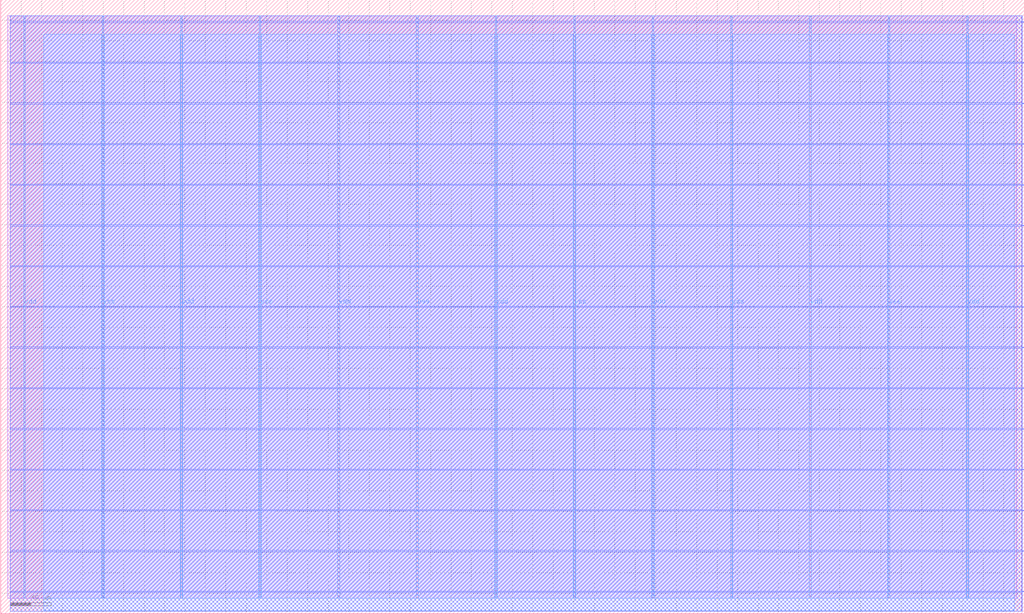
<source format=lef>
VERSION 5.7 ;
  NOWIREEXTENSIONATPIN ON ;
  DIVIDERCHAR "/" ;
  BUSBITCHARS "[]" ;
MACRO serv_1
  CLASS BLOCK ;
  FOREIGN serv_1 ;
  ORIGIN 0.000 0.000 ;
  SIZE 1000.000 BY 600.000 ;
  PIN io_in[0]
    DIRECTION INPUT ;
    USE SIGNAL ;
    PORT
      LAYER Metal3 ;
        RECT 998.000 21.280 1000.000 21.840 ;
    END
  END io_in[0]
  PIN io_in[1]
    DIRECTION INPUT ;
    USE SIGNAL ;
    PORT
      LAYER Metal3 ;
        RECT 998.000 61.040 1000.000 61.600 ;
    END
  END io_in[1]
  PIN io_in[2]
    DIRECTION INPUT ;
    USE SIGNAL ;
    PORT
      LAYER Metal3 ;
        RECT 998.000 100.800 1000.000 101.360 ;
    END
  END io_in[2]
  PIN io_in[3]
    DIRECTION INPUT ;
    USE SIGNAL ;
    PORT
      LAYER Metal3 ;
        RECT 998.000 140.560 1000.000 141.120 ;
    END
  END io_in[3]
  PIN io_in[4]
    DIRECTION INPUT ;
    USE SIGNAL ;
    PORT
      LAYER Metal3 ;
        RECT 998.000 180.320 1000.000 180.880 ;
    END
  END io_in[4]
  PIN io_oeb[0]
    DIRECTION OUTPUT TRISTATE ;
    USE SIGNAL ;
    PORT
      LAYER Metal3 ;
        RECT 998.000 418.880 1000.000 419.440 ;
    END
  END io_oeb[0]
  PIN io_oeb[1]
    DIRECTION OUTPUT TRISTATE ;
    USE SIGNAL ;
    PORT
      LAYER Metal3 ;
        RECT 998.000 458.640 1000.000 459.200 ;
    END
  END io_oeb[1]
  PIN io_oeb[2]
    DIRECTION OUTPUT TRISTATE ;
    USE SIGNAL ;
    PORT
      LAYER Metal3 ;
        RECT 998.000 498.400 1000.000 498.960 ;
    END
  END io_oeb[2]
  PIN io_oeb[3]
    DIRECTION OUTPUT TRISTATE ;
    USE SIGNAL ;
    PORT
      LAYER Metal3 ;
        RECT 998.000 538.160 1000.000 538.720 ;
    END
  END io_oeb[3]
  PIN io_oeb[4]
    DIRECTION OUTPUT TRISTATE ;
    USE SIGNAL ;
    PORT
      LAYER Metal3 ;
        RECT 998.000 577.920 1000.000 578.480 ;
    END
  END io_oeb[4]
  PIN io_out[0]
    DIRECTION OUTPUT TRISTATE ;
    USE SIGNAL ;
    PORT
      LAYER Metal3 ;
        RECT 998.000 220.080 1000.000 220.640 ;
    END
  END io_out[0]
  PIN io_out[1]
    DIRECTION OUTPUT TRISTATE ;
    USE SIGNAL ;
    PORT
      LAYER Metal3 ;
        RECT 998.000 259.840 1000.000 260.400 ;
    END
  END io_out[1]
  PIN io_out[2]
    DIRECTION OUTPUT TRISTATE ;
    USE SIGNAL ;
    PORT
      LAYER Metal3 ;
        RECT 998.000 299.600 1000.000 300.160 ;
    END
  END io_out[2]
  PIN io_out[3]
    DIRECTION OUTPUT TRISTATE ;
    USE SIGNAL ;
    PORT
      LAYER Metal3 ;
        RECT 998.000 339.360 1000.000 339.920 ;
    END
  END io_out[3]
  PIN io_out[4]
    DIRECTION OUTPUT TRISTATE ;
    USE SIGNAL ;
    PORT
      LAYER Metal3 ;
        RECT 998.000 379.120 1000.000 379.680 ;
    END
  END io_out[4]
  PIN vdd
    DIRECTION INOUT ;
    USE POWER ;
    PORT
      LAYER Metal4 ;
        RECT 22.240 15.380 23.840 584.380 ;
    END
    PORT
      LAYER Metal4 ;
        RECT 175.840 15.380 177.440 584.380 ;
    END
    PORT
      LAYER Metal4 ;
        RECT 329.440 15.380 331.040 584.380 ;
    END
    PORT
      LAYER Metal4 ;
        RECT 483.040 15.380 484.640 584.380 ;
    END
    PORT
      LAYER Metal4 ;
        RECT 636.640 15.380 638.240 584.380 ;
    END
    PORT
      LAYER Metal4 ;
        RECT 790.240 15.380 791.840 584.380 ;
    END
    PORT
      LAYER Metal4 ;
        RECT 943.840 15.380 945.440 584.380 ;
    END
  END vdd
  PIN vss
    DIRECTION INOUT ;
    USE GROUND ;
    PORT
      LAYER Metal4 ;
        RECT 99.040 15.380 100.640 584.380 ;
    END
    PORT
      LAYER Metal4 ;
        RECT 252.640 15.380 254.240 584.380 ;
    END
    PORT
      LAYER Metal4 ;
        RECT 406.240 15.380 407.840 584.380 ;
    END
    PORT
      LAYER Metal4 ;
        RECT 559.840 15.380 561.440 584.380 ;
    END
    PORT
      LAYER Metal4 ;
        RECT 713.440 15.380 715.040 584.380 ;
    END
    PORT
      LAYER Metal4 ;
        RECT 867.040 15.380 868.640 584.380 ;
    END
  END vss
  OBS
      LAYER Metal1 ;
        RECT 6.720 15.380 992.880 584.380 ;
      LAYER Metal2 ;
        RECT 9.100 2.330 997.780 584.270 ;
      LAYER Metal3 ;
        RECT 9.050 578.780 998.000 584.220 ;
        RECT 9.050 577.620 997.700 578.780 ;
        RECT 9.050 539.020 998.000 577.620 ;
        RECT 9.050 537.860 997.700 539.020 ;
        RECT 9.050 499.260 998.000 537.860 ;
        RECT 9.050 498.100 997.700 499.260 ;
        RECT 9.050 459.500 998.000 498.100 ;
        RECT 9.050 458.340 997.700 459.500 ;
        RECT 9.050 419.740 998.000 458.340 ;
        RECT 9.050 418.580 997.700 419.740 ;
        RECT 9.050 379.980 998.000 418.580 ;
        RECT 9.050 378.820 997.700 379.980 ;
        RECT 9.050 340.220 998.000 378.820 ;
        RECT 9.050 339.060 997.700 340.220 ;
        RECT 9.050 300.460 998.000 339.060 ;
        RECT 9.050 299.300 997.700 300.460 ;
        RECT 9.050 260.700 998.000 299.300 ;
        RECT 9.050 259.540 997.700 260.700 ;
        RECT 9.050 220.940 998.000 259.540 ;
        RECT 9.050 219.780 997.700 220.940 ;
        RECT 9.050 181.180 998.000 219.780 ;
        RECT 9.050 180.020 997.700 181.180 ;
        RECT 9.050 141.420 998.000 180.020 ;
        RECT 9.050 140.260 997.700 141.420 ;
        RECT 9.050 101.660 998.000 140.260 ;
        RECT 9.050 100.500 997.700 101.660 ;
        RECT 9.050 61.900 998.000 100.500 ;
        RECT 9.050 60.740 997.700 61.900 ;
        RECT 9.050 22.140 998.000 60.740 ;
        RECT 9.050 20.980 997.700 22.140 ;
        RECT 9.050 2.380 998.000 20.980 ;
      LAYER Metal4 ;
        RECT 42.140 15.080 98.740 566.070 ;
        RECT 100.940 15.080 175.540 566.070 ;
        RECT 177.740 15.080 252.340 566.070 ;
        RECT 254.540 15.080 329.140 566.070 ;
        RECT 331.340 15.080 405.940 566.070 ;
        RECT 408.140 15.080 482.740 566.070 ;
        RECT 484.940 15.080 559.540 566.070 ;
        RECT 561.740 15.080 636.340 566.070 ;
        RECT 638.540 15.080 713.140 566.070 ;
        RECT 715.340 15.080 789.940 566.070 ;
        RECT 792.140 15.080 866.740 566.070 ;
        RECT 868.940 15.080 943.540 566.070 ;
        RECT 945.740 15.080 990.500 566.070 ;
        RECT 42.140 2.890 990.500 15.080 ;
  END
END serv_1
END LIBRARY


</source>
